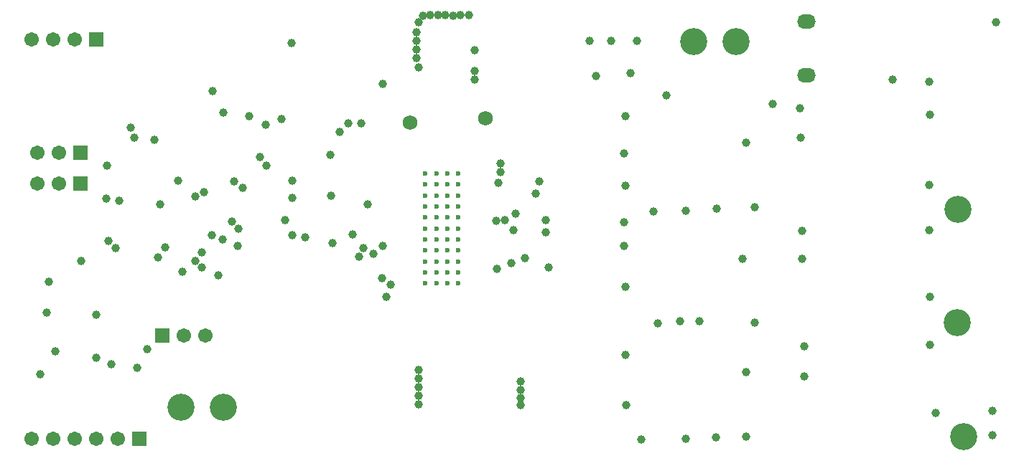
<source format=gbs>
G04 Layer_Color=16711935*
%FSLAX25Y25*%
%MOIN*%
G70*
G01*
G75*
%ADD54C,0.02362*%
%ADD88R,0.06706X0.06706*%
%ADD89C,0.06706*%
%ADD90C,0.12611*%
%ADD91O,0.08674X0.06706*%
%ADD92C,0.06800*%
%ADD93C,0.03950*%
D54*
X364591Y303921D02*
D03*
Y319275D02*
D03*
Y314157D02*
D03*
Y309039D02*
D03*
Y298802D02*
D03*
Y293684D02*
D03*
Y288566D02*
D03*
Y283448D02*
D03*
Y278330D02*
D03*
Y273212D02*
D03*
Y268094D02*
D03*
X359472Y319275D02*
D03*
Y314157D02*
D03*
Y309039D02*
D03*
Y303921D02*
D03*
Y298802D02*
D03*
Y293684D02*
D03*
Y288566D02*
D03*
Y283448D02*
D03*
Y278330D02*
D03*
Y273212D02*
D03*
Y268094D02*
D03*
X354354Y319275D02*
D03*
Y314157D02*
D03*
Y309039D02*
D03*
Y303921D02*
D03*
Y298802D02*
D03*
Y293684D02*
D03*
Y288566D02*
D03*
Y283448D02*
D03*
Y278330D02*
D03*
Y273212D02*
D03*
Y268094D02*
D03*
X349236Y319275D02*
D03*
Y314157D02*
D03*
Y309039D02*
D03*
Y303921D02*
D03*
Y298802D02*
D03*
Y293684D02*
D03*
Y288566D02*
D03*
Y283448D02*
D03*
Y278330D02*
D03*
Y273212D02*
D03*
Y268094D02*
D03*
D88*
X196500Y381500D02*
D03*
X216500Y196000D02*
D03*
X227000Y244000D02*
D03*
X189000Y329000D02*
D03*
Y314500D02*
D03*
D89*
X186500Y381500D02*
D03*
X176500D02*
D03*
X166500D02*
D03*
Y196000D02*
D03*
X176500D02*
D03*
X186500D02*
D03*
X196500D02*
D03*
X206500D02*
D03*
X247000Y244000D02*
D03*
X237000D02*
D03*
X179000Y329000D02*
D03*
X169000D02*
D03*
X179000Y314500D02*
D03*
X169000D02*
D03*
D90*
X473815Y380500D02*
D03*
X493500D02*
D03*
X255500Y210500D02*
D03*
X235815D02*
D03*
X599000Y197000D02*
D03*
X596000Y250000D02*
D03*
X596500Y302500D02*
D03*
D91*
X526000Y364803D02*
D03*
Y390000D02*
D03*
D92*
X342000Y343000D02*
D03*
X377000Y345000D02*
D03*
D93*
X524000Y279500D02*
D03*
X502000Y250000D02*
D03*
X510500Y351500D02*
D03*
X484500Y303000D02*
D03*
X502000Y303500D02*
D03*
X614000Y389500D02*
D03*
X566000Y363000D02*
D03*
X583000Y362000D02*
D03*
X583500Y346500D02*
D03*
X583000Y314000D02*
D03*
Y293000D02*
D03*
X583500Y262000D02*
D03*
Y239500D02*
D03*
X612500Y197500D02*
D03*
Y209000D02*
D03*
X525000Y225000D02*
D03*
Y239000D02*
D03*
X524000Y292500D02*
D03*
X523500Y336000D02*
D03*
X523000Y349500D02*
D03*
X447500Y381000D02*
D03*
X435500D02*
D03*
X425500D02*
D03*
X428500Y364500D02*
D03*
X444500Y366000D02*
D03*
X442000Y346000D02*
D03*
X441500Y328500D02*
D03*
X442000Y313500D02*
D03*
X441500Y296500D02*
D03*
Y285500D02*
D03*
X442000Y266500D02*
D03*
Y235000D02*
D03*
X442500Y211500D02*
D03*
X449500Y195500D02*
D03*
X470000Y196000D02*
D03*
X484000Y196500D02*
D03*
X498000Y197000D02*
D03*
X287500Y316000D02*
D03*
X250500Y357500D02*
D03*
X346000Y368500D02*
D03*
X305500Y309000D02*
D03*
X201000Y307500D02*
D03*
X287000Y380000D02*
D03*
X329500Y361000D02*
D03*
X260500Y315500D02*
D03*
X223500Y335000D02*
D03*
X226000Y305000D02*
D03*
X207000Y306500D02*
D03*
X225000Y280331D02*
D03*
X173500Y254500D02*
D03*
X331000Y262000D02*
D03*
X228500Y285000D02*
D03*
X177500Y236500D02*
D03*
X170500Y226000D02*
D03*
X189500Y278500D02*
D03*
X196500Y253500D02*
D03*
X215500Y229000D02*
D03*
X196500Y233500D02*
D03*
X305000Y328000D02*
D03*
X287500Y308000D02*
D03*
X319500Y342500D02*
D03*
X476500Y250500D02*
D03*
X406500Y275500D02*
D03*
X345000Y373000D02*
D03*
Y377000D02*
D03*
Y381000D02*
D03*
Y385000D02*
D03*
X346000Y389500D02*
D03*
X348000Y392500D02*
D03*
X351500Y393000D02*
D03*
X355000D02*
D03*
X358500D02*
D03*
X362000Y392500D02*
D03*
X365500Y393000D02*
D03*
X369500D02*
D03*
X402000Y315500D02*
D03*
X383000Y315000D02*
D03*
X386000Y297500D02*
D03*
X390000Y293000D02*
D03*
X389000Y277500D02*
D03*
X391000Y300500D02*
D03*
X382425Y275083D02*
D03*
X382125Y297375D02*
D03*
X384000Y320000D02*
D03*
X393500Y211500D02*
D03*
Y215000D02*
D03*
Y218500D02*
D03*
Y222500D02*
D03*
X346000Y212000D02*
D03*
X384000Y324000D02*
D03*
X400500Y310000D02*
D03*
X220000Y237500D02*
D03*
X586000Y208000D02*
D03*
X346000Y228000D02*
D03*
Y224000D02*
D03*
Y220000D02*
D03*
Y216000D02*
D03*
X372000Y367000D02*
D03*
Y363000D02*
D03*
Y376500D02*
D03*
X467500Y250500D02*
D03*
X405000Y297500D02*
D03*
X470000Y302000D02*
D03*
X405000Y292000D02*
D03*
X395500Y280000D02*
D03*
X498000Y227000D02*
D03*
X457000Y249500D02*
D03*
X461000Y355500D02*
D03*
X455000Y301500D02*
D03*
X496500Y279500D02*
D03*
X498000Y333500D02*
D03*
X313500Y342500D02*
D03*
X284000Y297500D02*
D03*
X309500Y338500D02*
D03*
X287500Y290500D02*
D03*
X306000Y287000D02*
D03*
X293500Y289500D02*
D03*
X174500Y269000D02*
D03*
X255500Y347500D02*
D03*
X282500Y344500D02*
D03*
X272500Y327000D02*
D03*
X275500Y323000D02*
D03*
X264500Y312500D02*
D03*
X267500Y346000D02*
D03*
X275000Y342000D02*
D03*
X329000Y270500D02*
D03*
X253000Y272000D02*
D03*
X245500Y275500D02*
D03*
X236500Y273500D02*
D03*
X234500Y316000D02*
D03*
X320500Y284500D02*
D03*
X246500Y310500D02*
D03*
X329525Y285525D02*
D03*
X325000Y282000D02*
D03*
X318500Y280500D02*
D03*
X333000Y267500D02*
D03*
X315500Y291000D02*
D03*
X242500Y308500D02*
D03*
X212500Y340500D02*
D03*
X255000Y288500D02*
D03*
X250000Y290500D02*
D03*
X322500Y305000D02*
D03*
X242551Y278551D02*
D03*
X245500Y282500D02*
D03*
X203500Y230500D02*
D03*
X259500Y297000D02*
D03*
X262500Y293500D02*
D03*
X205500Y284500D02*
D03*
X202000Y288000D02*
D03*
X262000Y285500D02*
D03*
X214000Y336000D02*
D03*
X201500Y323000D02*
D03*
M02*

</source>
